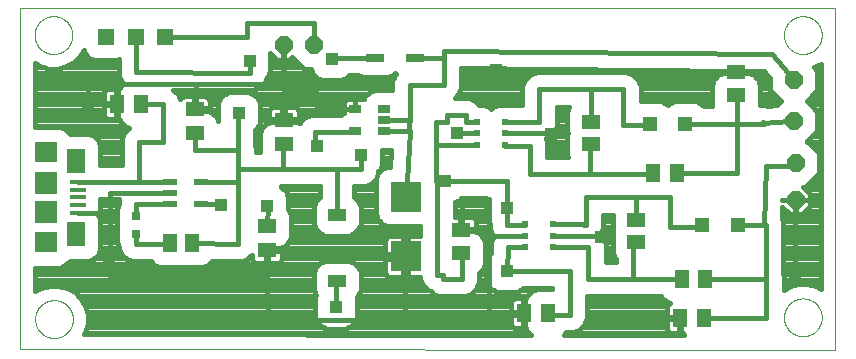
<source format=gtl>
G75*
%MOIN*%
%OFA0B0*%
%FSLAX25Y25*%
%IPPOS*%
%LPD*%
%AMOC8*
5,1,8,0,0,1.08239X$1,22.5*
%
%ADD10C,0.00000*%
%ADD11OC8,0.05937*%
%ADD12R,0.05906X0.03937*%
%ADD13R,0.05118X0.06299*%
%ADD14R,0.06299X0.05118*%
%ADD15R,0.09843X0.10039*%
%ADD16R,0.06299X0.03150*%
%ADD17R,0.04724X0.02165*%
%ADD18R,0.03150X0.03150*%
%ADD19R,0.02362X0.01969*%
%ADD20R,0.06299X0.08268*%
%ADD21R,0.07480X0.07480*%
%ADD22R,0.07480X0.07087*%
%ADD23R,0.05315X0.01575*%
%ADD24R,0.05906X0.05118*%
%ADD25R,0.05118X0.05906*%
%ADD26R,0.05118X0.05118*%
%ADD27R,0.03937X0.02756*%
%ADD28R,0.05543X0.05543*%
%ADD29C,0.01772*%
%ADD30R,0.04356X0.04356*%
%ADD31R,0.04159X0.04159*%
%ADD32C,0.01600*%
D10*
X0001000Y0012515D02*
X0001000Y0126098D01*
X0272654Y0126098D01*
X0272654Y0011925D01*
X0001000Y0012515D01*
X0005921Y0022358D02*
X0005923Y0022516D01*
X0005929Y0022674D01*
X0005939Y0022832D01*
X0005953Y0022990D01*
X0005971Y0023147D01*
X0005992Y0023304D01*
X0006018Y0023460D01*
X0006048Y0023616D01*
X0006081Y0023771D01*
X0006119Y0023924D01*
X0006160Y0024077D01*
X0006205Y0024229D01*
X0006254Y0024380D01*
X0006307Y0024529D01*
X0006363Y0024677D01*
X0006423Y0024823D01*
X0006487Y0024968D01*
X0006555Y0025111D01*
X0006626Y0025253D01*
X0006700Y0025393D01*
X0006778Y0025530D01*
X0006860Y0025666D01*
X0006944Y0025800D01*
X0007033Y0025931D01*
X0007124Y0026060D01*
X0007219Y0026187D01*
X0007316Y0026312D01*
X0007417Y0026434D01*
X0007521Y0026553D01*
X0007628Y0026670D01*
X0007738Y0026784D01*
X0007851Y0026895D01*
X0007966Y0027004D01*
X0008084Y0027109D01*
X0008205Y0027211D01*
X0008328Y0027311D01*
X0008454Y0027407D01*
X0008582Y0027500D01*
X0008712Y0027590D01*
X0008845Y0027676D01*
X0008980Y0027760D01*
X0009116Y0027839D01*
X0009255Y0027916D01*
X0009396Y0027988D01*
X0009538Y0028058D01*
X0009682Y0028123D01*
X0009828Y0028185D01*
X0009975Y0028243D01*
X0010124Y0028298D01*
X0010274Y0028349D01*
X0010425Y0028396D01*
X0010577Y0028439D01*
X0010730Y0028478D01*
X0010885Y0028514D01*
X0011040Y0028545D01*
X0011196Y0028573D01*
X0011352Y0028597D01*
X0011509Y0028617D01*
X0011667Y0028633D01*
X0011824Y0028645D01*
X0011983Y0028653D01*
X0012141Y0028657D01*
X0012299Y0028657D01*
X0012457Y0028653D01*
X0012616Y0028645D01*
X0012773Y0028633D01*
X0012931Y0028617D01*
X0013088Y0028597D01*
X0013244Y0028573D01*
X0013400Y0028545D01*
X0013555Y0028514D01*
X0013710Y0028478D01*
X0013863Y0028439D01*
X0014015Y0028396D01*
X0014166Y0028349D01*
X0014316Y0028298D01*
X0014465Y0028243D01*
X0014612Y0028185D01*
X0014758Y0028123D01*
X0014902Y0028058D01*
X0015044Y0027988D01*
X0015185Y0027916D01*
X0015324Y0027839D01*
X0015460Y0027760D01*
X0015595Y0027676D01*
X0015728Y0027590D01*
X0015858Y0027500D01*
X0015986Y0027407D01*
X0016112Y0027311D01*
X0016235Y0027211D01*
X0016356Y0027109D01*
X0016474Y0027004D01*
X0016589Y0026895D01*
X0016702Y0026784D01*
X0016812Y0026670D01*
X0016919Y0026553D01*
X0017023Y0026434D01*
X0017124Y0026312D01*
X0017221Y0026187D01*
X0017316Y0026060D01*
X0017407Y0025931D01*
X0017496Y0025800D01*
X0017580Y0025666D01*
X0017662Y0025530D01*
X0017740Y0025393D01*
X0017814Y0025253D01*
X0017885Y0025111D01*
X0017953Y0024968D01*
X0018017Y0024823D01*
X0018077Y0024677D01*
X0018133Y0024529D01*
X0018186Y0024380D01*
X0018235Y0024229D01*
X0018280Y0024077D01*
X0018321Y0023924D01*
X0018359Y0023771D01*
X0018392Y0023616D01*
X0018422Y0023460D01*
X0018448Y0023304D01*
X0018469Y0023147D01*
X0018487Y0022990D01*
X0018501Y0022832D01*
X0018511Y0022674D01*
X0018517Y0022516D01*
X0018519Y0022358D01*
X0018517Y0022200D01*
X0018511Y0022042D01*
X0018501Y0021884D01*
X0018487Y0021726D01*
X0018469Y0021569D01*
X0018448Y0021412D01*
X0018422Y0021256D01*
X0018392Y0021100D01*
X0018359Y0020945D01*
X0018321Y0020792D01*
X0018280Y0020639D01*
X0018235Y0020487D01*
X0018186Y0020336D01*
X0018133Y0020187D01*
X0018077Y0020039D01*
X0018017Y0019893D01*
X0017953Y0019748D01*
X0017885Y0019605D01*
X0017814Y0019463D01*
X0017740Y0019323D01*
X0017662Y0019186D01*
X0017580Y0019050D01*
X0017496Y0018916D01*
X0017407Y0018785D01*
X0017316Y0018656D01*
X0017221Y0018529D01*
X0017124Y0018404D01*
X0017023Y0018282D01*
X0016919Y0018163D01*
X0016812Y0018046D01*
X0016702Y0017932D01*
X0016589Y0017821D01*
X0016474Y0017712D01*
X0016356Y0017607D01*
X0016235Y0017505D01*
X0016112Y0017405D01*
X0015986Y0017309D01*
X0015858Y0017216D01*
X0015728Y0017126D01*
X0015595Y0017040D01*
X0015460Y0016956D01*
X0015324Y0016877D01*
X0015185Y0016800D01*
X0015044Y0016728D01*
X0014902Y0016658D01*
X0014758Y0016593D01*
X0014612Y0016531D01*
X0014465Y0016473D01*
X0014316Y0016418D01*
X0014166Y0016367D01*
X0014015Y0016320D01*
X0013863Y0016277D01*
X0013710Y0016238D01*
X0013555Y0016202D01*
X0013400Y0016171D01*
X0013244Y0016143D01*
X0013088Y0016119D01*
X0012931Y0016099D01*
X0012773Y0016083D01*
X0012616Y0016071D01*
X0012457Y0016063D01*
X0012299Y0016059D01*
X0012141Y0016059D01*
X0011983Y0016063D01*
X0011824Y0016071D01*
X0011667Y0016083D01*
X0011509Y0016099D01*
X0011352Y0016119D01*
X0011196Y0016143D01*
X0011040Y0016171D01*
X0010885Y0016202D01*
X0010730Y0016238D01*
X0010577Y0016277D01*
X0010425Y0016320D01*
X0010274Y0016367D01*
X0010124Y0016418D01*
X0009975Y0016473D01*
X0009828Y0016531D01*
X0009682Y0016593D01*
X0009538Y0016658D01*
X0009396Y0016728D01*
X0009255Y0016800D01*
X0009116Y0016877D01*
X0008980Y0016956D01*
X0008845Y0017040D01*
X0008712Y0017126D01*
X0008582Y0017216D01*
X0008454Y0017309D01*
X0008328Y0017405D01*
X0008205Y0017505D01*
X0008084Y0017607D01*
X0007966Y0017712D01*
X0007851Y0017821D01*
X0007738Y0017932D01*
X0007628Y0018046D01*
X0007521Y0018163D01*
X0007417Y0018282D01*
X0007316Y0018404D01*
X0007219Y0018529D01*
X0007124Y0018656D01*
X0007033Y0018785D01*
X0006944Y0018916D01*
X0006860Y0019050D01*
X0006778Y0019186D01*
X0006700Y0019323D01*
X0006626Y0019463D01*
X0006555Y0019605D01*
X0006487Y0019748D01*
X0006423Y0019893D01*
X0006363Y0020039D01*
X0006307Y0020187D01*
X0006254Y0020336D01*
X0006205Y0020487D01*
X0006160Y0020639D01*
X0006119Y0020792D01*
X0006081Y0020945D01*
X0006048Y0021100D01*
X0006018Y0021256D01*
X0005992Y0021412D01*
X0005971Y0021569D01*
X0005953Y0021726D01*
X0005939Y0021884D01*
X0005929Y0022042D01*
X0005923Y0022200D01*
X0005921Y0022358D01*
X0005725Y0117043D02*
X0005727Y0117201D01*
X0005733Y0117359D01*
X0005743Y0117517D01*
X0005757Y0117675D01*
X0005775Y0117832D01*
X0005796Y0117989D01*
X0005822Y0118145D01*
X0005852Y0118301D01*
X0005885Y0118456D01*
X0005923Y0118609D01*
X0005964Y0118762D01*
X0006009Y0118914D01*
X0006058Y0119065D01*
X0006111Y0119214D01*
X0006167Y0119362D01*
X0006227Y0119508D01*
X0006291Y0119653D01*
X0006359Y0119796D01*
X0006430Y0119938D01*
X0006504Y0120078D01*
X0006582Y0120215D01*
X0006664Y0120351D01*
X0006748Y0120485D01*
X0006837Y0120616D01*
X0006928Y0120745D01*
X0007023Y0120872D01*
X0007120Y0120997D01*
X0007221Y0121119D01*
X0007325Y0121238D01*
X0007432Y0121355D01*
X0007542Y0121469D01*
X0007655Y0121580D01*
X0007770Y0121689D01*
X0007888Y0121794D01*
X0008009Y0121896D01*
X0008132Y0121996D01*
X0008258Y0122092D01*
X0008386Y0122185D01*
X0008516Y0122275D01*
X0008649Y0122361D01*
X0008784Y0122445D01*
X0008920Y0122524D01*
X0009059Y0122601D01*
X0009200Y0122673D01*
X0009342Y0122743D01*
X0009486Y0122808D01*
X0009632Y0122870D01*
X0009779Y0122928D01*
X0009928Y0122983D01*
X0010078Y0123034D01*
X0010229Y0123081D01*
X0010381Y0123124D01*
X0010534Y0123163D01*
X0010689Y0123199D01*
X0010844Y0123230D01*
X0011000Y0123258D01*
X0011156Y0123282D01*
X0011313Y0123302D01*
X0011471Y0123318D01*
X0011628Y0123330D01*
X0011787Y0123338D01*
X0011945Y0123342D01*
X0012103Y0123342D01*
X0012261Y0123338D01*
X0012420Y0123330D01*
X0012577Y0123318D01*
X0012735Y0123302D01*
X0012892Y0123282D01*
X0013048Y0123258D01*
X0013204Y0123230D01*
X0013359Y0123199D01*
X0013514Y0123163D01*
X0013667Y0123124D01*
X0013819Y0123081D01*
X0013970Y0123034D01*
X0014120Y0122983D01*
X0014269Y0122928D01*
X0014416Y0122870D01*
X0014562Y0122808D01*
X0014706Y0122743D01*
X0014848Y0122673D01*
X0014989Y0122601D01*
X0015128Y0122524D01*
X0015264Y0122445D01*
X0015399Y0122361D01*
X0015532Y0122275D01*
X0015662Y0122185D01*
X0015790Y0122092D01*
X0015916Y0121996D01*
X0016039Y0121896D01*
X0016160Y0121794D01*
X0016278Y0121689D01*
X0016393Y0121580D01*
X0016506Y0121469D01*
X0016616Y0121355D01*
X0016723Y0121238D01*
X0016827Y0121119D01*
X0016928Y0120997D01*
X0017025Y0120872D01*
X0017120Y0120745D01*
X0017211Y0120616D01*
X0017300Y0120485D01*
X0017384Y0120351D01*
X0017466Y0120215D01*
X0017544Y0120078D01*
X0017618Y0119938D01*
X0017689Y0119796D01*
X0017757Y0119653D01*
X0017821Y0119508D01*
X0017881Y0119362D01*
X0017937Y0119214D01*
X0017990Y0119065D01*
X0018039Y0118914D01*
X0018084Y0118762D01*
X0018125Y0118609D01*
X0018163Y0118456D01*
X0018196Y0118301D01*
X0018226Y0118145D01*
X0018252Y0117989D01*
X0018273Y0117832D01*
X0018291Y0117675D01*
X0018305Y0117517D01*
X0018315Y0117359D01*
X0018321Y0117201D01*
X0018323Y0117043D01*
X0018321Y0116885D01*
X0018315Y0116727D01*
X0018305Y0116569D01*
X0018291Y0116411D01*
X0018273Y0116254D01*
X0018252Y0116097D01*
X0018226Y0115941D01*
X0018196Y0115785D01*
X0018163Y0115630D01*
X0018125Y0115477D01*
X0018084Y0115324D01*
X0018039Y0115172D01*
X0017990Y0115021D01*
X0017937Y0114872D01*
X0017881Y0114724D01*
X0017821Y0114578D01*
X0017757Y0114433D01*
X0017689Y0114290D01*
X0017618Y0114148D01*
X0017544Y0114008D01*
X0017466Y0113871D01*
X0017384Y0113735D01*
X0017300Y0113601D01*
X0017211Y0113470D01*
X0017120Y0113341D01*
X0017025Y0113214D01*
X0016928Y0113089D01*
X0016827Y0112967D01*
X0016723Y0112848D01*
X0016616Y0112731D01*
X0016506Y0112617D01*
X0016393Y0112506D01*
X0016278Y0112397D01*
X0016160Y0112292D01*
X0016039Y0112190D01*
X0015916Y0112090D01*
X0015790Y0111994D01*
X0015662Y0111901D01*
X0015532Y0111811D01*
X0015399Y0111725D01*
X0015264Y0111641D01*
X0015128Y0111562D01*
X0014989Y0111485D01*
X0014848Y0111413D01*
X0014706Y0111343D01*
X0014562Y0111278D01*
X0014416Y0111216D01*
X0014269Y0111158D01*
X0014120Y0111103D01*
X0013970Y0111052D01*
X0013819Y0111005D01*
X0013667Y0110962D01*
X0013514Y0110923D01*
X0013359Y0110887D01*
X0013204Y0110856D01*
X0013048Y0110828D01*
X0012892Y0110804D01*
X0012735Y0110784D01*
X0012577Y0110768D01*
X0012420Y0110756D01*
X0012261Y0110748D01*
X0012103Y0110744D01*
X0011945Y0110744D01*
X0011787Y0110748D01*
X0011628Y0110756D01*
X0011471Y0110768D01*
X0011313Y0110784D01*
X0011156Y0110804D01*
X0011000Y0110828D01*
X0010844Y0110856D01*
X0010689Y0110887D01*
X0010534Y0110923D01*
X0010381Y0110962D01*
X0010229Y0111005D01*
X0010078Y0111052D01*
X0009928Y0111103D01*
X0009779Y0111158D01*
X0009632Y0111216D01*
X0009486Y0111278D01*
X0009342Y0111343D01*
X0009200Y0111413D01*
X0009059Y0111485D01*
X0008920Y0111562D01*
X0008784Y0111641D01*
X0008649Y0111725D01*
X0008516Y0111811D01*
X0008386Y0111901D01*
X0008258Y0111994D01*
X0008132Y0112090D01*
X0008009Y0112190D01*
X0007888Y0112292D01*
X0007770Y0112397D01*
X0007655Y0112506D01*
X0007542Y0112617D01*
X0007432Y0112731D01*
X0007325Y0112848D01*
X0007221Y0112967D01*
X0007120Y0113089D01*
X0007023Y0113214D01*
X0006928Y0113341D01*
X0006837Y0113470D01*
X0006748Y0113601D01*
X0006664Y0113735D01*
X0006582Y0113871D01*
X0006504Y0114008D01*
X0006430Y0114148D01*
X0006359Y0114290D01*
X0006291Y0114433D01*
X0006227Y0114578D01*
X0006167Y0114724D01*
X0006111Y0114872D01*
X0006058Y0115021D01*
X0006009Y0115172D01*
X0005964Y0115324D01*
X0005923Y0115477D01*
X0005885Y0115630D01*
X0005852Y0115785D01*
X0005822Y0115941D01*
X0005796Y0116097D01*
X0005775Y0116254D01*
X0005757Y0116411D01*
X0005743Y0116569D01*
X0005733Y0116727D01*
X0005727Y0116885D01*
X0005725Y0117043D01*
X0255528Y0117043D02*
X0255530Y0117201D01*
X0255536Y0117359D01*
X0255546Y0117517D01*
X0255560Y0117675D01*
X0255578Y0117832D01*
X0255599Y0117989D01*
X0255625Y0118145D01*
X0255655Y0118301D01*
X0255688Y0118456D01*
X0255726Y0118609D01*
X0255767Y0118762D01*
X0255812Y0118914D01*
X0255861Y0119065D01*
X0255914Y0119214D01*
X0255970Y0119362D01*
X0256030Y0119508D01*
X0256094Y0119653D01*
X0256162Y0119796D01*
X0256233Y0119938D01*
X0256307Y0120078D01*
X0256385Y0120215D01*
X0256467Y0120351D01*
X0256551Y0120485D01*
X0256640Y0120616D01*
X0256731Y0120745D01*
X0256826Y0120872D01*
X0256923Y0120997D01*
X0257024Y0121119D01*
X0257128Y0121238D01*
X0257235Y0121355D01*
X0257345Y0121469D01*
X0257458Y0121580D01*
X0257573Y0121689D01*
X0257691Y0121794D01*
X0257812Y0121896D01*
X0257935Y0121996D01*
X0258061Y0122092D01*
X0258189Y0122185D01*
X0258319Y0122275D01*
X0258452Y0122361D01*
X0258587Y0122445D01*
X0258723Y0122524D01*
X0258862Y0122601D01*
X0259003Y0122673D01*
X0259145Y0122743D01*
X0259289Y0122808D01*
X0259435Y0122870D01*
X0259582Y0122928D01*
X0259731Y0122983D01*
X0259881Y0123034D01*
X0260032Y0123081D01*
X0260184Y0123124D01*
X0260337Y0123163D01*
X0260492Y0123199D01*
X0260647Y0123230D01*
X0260803Y0123258D01*
X0260959Y0123282D01*
X0261116Y0123302D01*
X0261274Y0123318D01*
X0261431Y0123330D01*
X0261590Y0123338D01*
X0261748Y0123342D01*
X0261906Y0123342D01*
X0262064Y0123338D01*
X0262223Y0123330D01*
X0262380Y0123318D01*
X0262538Y0123302D01*
X0262695Y0123282D01*
X0262851Y0123258D01*
X0263007Y0123230D01*
X0263162Y0123199D01*
X0263317Y0123163D01*
X0263470Y0123124D01*
X0263622Y0123081D01*
X0263773Y0123034D01*
X0263923Y0122983D01*
X0264072Y0122928D01*
X0264219Y0122870D01*
X0264365Y0122808D01*
X0264509Y0122743D01*
X0264651Y0122673D01*
X0264792Y0122601D01*
X0264931Y0122524D01*
X0265067Y0122445D01*
X0265202Y0122361D01*
X0265335Y0122275D01*
X0265465Y0122185D01*
X0265593Y0122092D01*
X0265719Y0121996D01*
X0265842Y0121896D01*
X0265963Y0121794D01*
X0266081Y0121689D01*
X0266196Y0121580D01*
X0266309Y0121469D01*
X0266419Y0121355D01*
X0266526Y0121238D01*
X0266630Y0121119D01*
X0266731Y0120997D01*
X0266828Y0120872D01*
X0266923Y0120745D01*
X0267014Y0120616D01*
X0267103Y0120485D01*
X0267187Y0120351D01*
X0267269Y0120215D01*
X0267347Y0120078D01*
X0267421Y0119938D01*
X0267492Y0119796D01*
X0267560Y0119653D01*
X0267624Y0119508D01*
X0267684Y0119362D01*
X0267740Y0119214D01*
X0267793Y0119065D01*
X0267842Y0118914D01*
X0267887Y0118762D01*
X0267928Y0118609D01*
X0267966Y0118456D01*
X0267999Y0118301D01*
X0268029Y0118145D01*
X0268055Y0117989D01*
X0268076Y0117832D01*
X0268094Y0117675D01*
X0268108Y0117517D01*
X0268118Y0117359D01*
X0268124Y0117201D01*
X0268126Y0117043D01*
X0268124Y0116885D01*
X0268118Y0116727D01*
X0268108Y0116569D01*
X0268094Y0116411D01*
X0268076Y0116254D01*
X0268055Y0116097D01*
X0268029Y0115941D01*
X0267999Y0115785D01*
X0267966Y0115630D01*
X0267928Y0115477D01*
X0267887Y0115324D01*
X0267842Y0115172D01*
X0267793Y0115021D01*
X0267740Y0114872D01*
X0267684Y0114724D01*
X0267624Y0114578D01*
X0267560Y0114433D01*
X0267492Y0114290D01*
X0267421Y0114148D01*
X0267347Y0114008D01*
X0267269Y0113871D01*
X0267187Y0113735D01*
X0267103Y0113601D01*
X0267014Y0113470D01*
X0266923Y0113341D01*
X0266828Y0113214D01*
X0266731Y0113089D01*
X0266630Y0112967D01*
X0266526Y0112848D01*
X0266419Y0112731D01*
X0266309Y0112617D01*
X0266196Y0112506D01*
X0266081Y0112397D01*
X0265963Y0112292D01*
X0265842Y0112190D01*
X0265719Y0112090D01*
X0265593Y0111994D01*
X0265465Y0111901D01*
X0265335Y0111811D01*
X0265202Y0111725D01*
X0265067Y0111641D01*
X0264931Y0111562D01*
X0264792Y0111485D01*
X0264651Y0111413D01*
X0264509Y0111343D01*
X0264365Y0111278D01*
X0264219Y0111216D01*
X0264072Y0111158D01*
X0263923Y0111103D01*
X0263773Y0111052D01*
X0263622Y0111005D01*
X0263470Y0110962D01*
X0263317Y0110923D01*
X0263162Y0110887D01*
X0263007Y0110856D01*
X0262851Y0110828D01*
X0262695Y0110804D01*
X0262538Y0110784D01*
X0262380Y0110768D01*
X0262223Y0110756D01*
X0262064Y0110748D01*
X0261906Y0110744D01*
X0261748Y0110744D01*
X0261590Y0110748D01*
X0261431Y0110756D01*
X0261274Y0110768D01*
X0261116Y0110784D01*
X0260959Y0110804D01*
X0260803Y0110828D01*
X0260647Y0110856D01*
X0260492Y0110887D01*
X0260337Y0110923D01*
X0260184Y0110962D01*
X0260032Y0111005D01*
X0259881Y0111052D01*
X0259731Y0111103D01*
X0259582Y0111158D01*
X0259435Y0111216D01*
X0259289Y0111278D01*
X0259145Y0111343D01*
X0259003Y0111413D01*
X0258862Y0111485D01*
X0258723Y0111562D01*
X0258587Y0111641D01*
X0258452Y0111725D01*
X0258319Y0111811D01*
X0258189Y0111901D01*
X0258061Y0111994D01*
X0257935Y0112090D01*
X0257812Y0112190D01*
X0257691Y0112292D01*
X0257573Y0112397D01*
X0257458Y0112506D01*
X0257345Y0112617D01*
X0257235Y0112731D01*
X0257128Y0112848D01*
X0257024Y0112967D01*
X0256923Y0113089D01*
X0256826Y0113214D01*
X0256731Y0113341D01*
X0256640Y0113470D01*
X0256551Y0113601D01*
X0256467Y0113735D01*
X0256385Y0113871D01*
X0256307Y0114008D01*
X0256233Y0114148D01*
X0256162Y0114290D01*
X0256094Y0114433D01*
X0256030Y0114578D01*
X0255970Y0114724D01*
X0255914Y0114872D01*
X0255861Y0115021D01*
X0255812Y0115172D01*
X0255767Y0115324D01*
X0255726Y0115477D01*
X0255688Y0115630D01*
X0255655Y0115785D01*
X0255625Y0115941D01*
X0255599Y0116097D01*
X0255578Y0116254D01*
X0255560Y0116411D01*
X0255546Y0116569D01*
X0255536Y0116727D01*
X0255530Y0116885D01*
X0255528Y0117043D01*
X0255528Y0022949D02*
X0255530Y0023107D01*
X0255536Y0023265D01*
X0255546Y0023423D01*
X0255560Y0023581D01*
X0255578Y0023738D01*
X0255599Y0023895D01*
X0255625Y0024051D01*
X0255655Y0024207D01*
X0255688Y0024362D01*
X0255726Y0024515D01*
X0255767Y0024668D01*
X0255812Y0024820D01*
X0255861Y0024971D01*
X0255914Y0025120D01*
X0255970Y0025268D01*
X0256030Y0025414D01*
X0256094Y0025559D01*
X0256162Y0025702D01*
X0256233Y0025844D01*
X0256307Y0025984D01*
X0256385Y0026121D01*
X0256467Y0026257D01*
X0256551Y0026391D01*
X0256640Y0026522D01*
X0256731Y0026651D01*
X0256826Y0026778D01*
X0256923Y0026903D01*
X0257024Y0027025D01*
X0257128Y0027144D01*
X0257235Y0027261D01*
X0257345Y0027375D01*
X0257458Y0027486D01*
X0257573Y0027595D01*
X0257691Y0027700D01*
X0257812Y0027802D01*
X0257935Y0027902D01*
X0258061Y0027998D01*
X0258189Y0028091D01*
X0258319Y0028181D01*
X0258452Y0028267D01*
X0258587Y0028351D01*
X0258723Y0028430D01*
X0258862Y0028507D01*
X0259003Y0028579D01*
X0259145Y0028649D01*
X0259289Y0028714D01*
X0259435Y0028776D01*
X0259582Y0028834D01*
X0259731Y0028889D01*
X0259881Y0028940D01*
X0260032Y0028987D01*
X0260184Y0029030D01*
X0260337Y0029069D01*
X0260492Y0029105D01*
X0260647Y0029136D01*
X0260803Y0029164D01*
X0260959Y0029188D01*
X0261116Y0029208D01*
X0261274Y0029224D01*
X0261431Y0029236D01*
X0261590Y0029244D01*
X0261748Y0029248D01*
X0261906Y0029248D01*
X0262064Y0029244D01*
X0262223Y0029236D01*
X0262380Y0029224D01*
X0262538Y0029208D01*
X0262695Y0029188D01*
X0262851Y0029164D01*
X0263007Y0029136D01*
X0263162Y0029105D01*
X0263317Y0029069D01*
X0263470Y0029030D01*
X0263622Y0028987D01*
X0263773Y0028940D01*
X0263923Y0028889D01*
X0264072Y0028834D01*
X0264219Y0028776D01*
X0264365Y0028714D01*
X0264509Y0028649D01*
X0264651Y0028579D01*
X0264792Y0028507D01*
X0264931Y0028430D01*
X0265067Y0028351D01*
X0265202Y0028267D01*
X0265335Y0028181D01*
X0265465Y0028091D01*
X0265593Y0027998D01*
X0265719Y0027902D01*
X0265842Y0027802D01*
X0265963Y0027700D01*
X0266081Y0027595D01*
X0266196Y0027486D01*
X0266309Y0027375D01*
X0266419Y0027261D01*
X0266526Y0027144D01*
X0266630Y0027025D01*
X0266731Y0026903D01*
X0266828Y0026778D01*
X0266923Y0026651D01*
X0267014Y0026522D01*
X0267103Y0026391D01*
X0267187Y0026257D01*
X0267269Y0026121D01*
X0267347Y0025984D01*
X0267421Y0025844D01*
X0267492Y0025702D01*
X0267560Y0025559D01*
X0267624Y0025414D01*
X0267684Y0025268D01*
X0267740Y0025120D01*
X0267793Y0024971D01*
X0267842Y0024820D01*
X0267887Y0024668D01*
X0267928Y0024515D01*
X0267966Y0024362D01*
X0267999Y0024207D01*
X0268029Y0024051D01*
X0268055Y0023895D01*
X0268076Y0023738D01*
X0268094Y0023581D01*
X0268108Y0023423D01*
X0268118Y0023265D01*
X0268124Y0023107D01*
X0268126Y0022949D01*
X0268124Y0022791D01*
X0268118Y0022633D01*
X0268108Y0022475D01*
X0268094Y0022317D01*
X0268076Y0022160D01*
X0268055Y0022003D01*
X0268029Y0021847D01*
X0267999Y0021691D01*
X0267966Y0021536D01*
X0267928Y0021383D01*
X0267887Y0021230D01*
X0267842Y0021078D01*
X0267793Y0020927D01*
X0267740Y0020778D01*
X0267684Y0020630D01*
X0267624Y0020484D01*
X0267560Y0020339D01*
X0267492Y0020196D01*
X0267421Y0020054D01*
X0267347Y0019914D01*
X0267269Y0019777D01*
X0267187Y0019641D01*
X0267103Y0019507D01*
X0267014Y0019376D01*
X0266923Y0019247D01*
X0266828Y0019120D01*
X0266731Y0018995D01*
X0266630Y0018873D01*
X0266526Y0018754D01*
X0266419Y0018637D01*
X0266309Y0018523D01*
X0266196Y0018412D01*
X0266081Y0018303D01*
X0265963Y0018198D01*
X0265842Y0018096D01*
X0265719Y0017996D01*
X0265593Y0017900D01*
X0265465Y0017807D01*
X0265335Y0017717D01*
X0265202Y0017631D01*
X0265067Y0017547D01*
X0264931Y0017468D01*
X0264792Y0017391D01*
X0264651Y0017319D01*
X0264509Y0017249D01*
X0264365Y0017184D01*
X0264219Y0017122D01*
X0264072Y0017064D01*
X0263923Y0017009D01*
X0263773Y0016958D01*
X0263622Y0016911D01*
X0263470Y0016868D01*
X0263317Y0016829D01*
X0263162Y0016793D01*
X0263007Y0016762D01*
X0262851Y0016734D01*
X0262695Y0016710D01*
X0262538Y0016690D01*
X0262380Y0016674D01*
X0262223Y0016662D01*
X0262064Y0016654D01*
X0261906Y0016650D01*
X0261748Y0016650D01*
X0261590Y0016654D01*
X0261431Y0016662D01*
X0261274Y0016674D01*
X0261116Y0016690D01*
X0260959Y0016710D01*
X0260803Y0016734D01*
X0260647Y0016762D01*
X0260492Y0016793D01*
X0260337Y0016829D01*
X0260184Y0016868D01*
X0260032Y0016911D01*
X0259881Y0016958D01*
X0259731Y0017009D01*
X0259582Y0017064D01*
X0259435Y0017122D01*
X0259289Y0017184D01*
X0259145Y0017249D01*
X0259003Y0017319D01*
X0258862Y0017391D01*
X0258723Y0017468D01*
X0258587Y0017547D01*
X0258452Y0017631D01*
X0258319Y0017717D01*
X0258189Y0017807D01*
X0258061Y0017900D01*
X0257935Y0017996D01*
X0257812Y0018096D01*
X0257691Y0018198D01*
X0257573Y0018303D01*
X0257458Y0018412D01*
X0257345Y0018523D01*
X0257235Y0018637D01*
X0257128Y0018754D01*
X0257024Y0018873D01*
X0256923Y0018995D01*
X0256826Y0019120D01*
X0256731Y0019247D01*
X0256640Y0019376D01*
X0256551Y0019507D01*
X0256467Y0019641D01*
X0256385Y0019777D01*
X0256307Y0019914D01*
X0256233Y0020054D01*
X0256162Y0020196D01*
X0256094Y0020339D01*
X0256030Y0020484D01*
X0255970Y0020630D01*
X0255914Y0020778D01*
X0255861Y0020927D01*
X0255812Y0021078D01*
X0255767Y0021230D01*
X0255726Y0021383D01*
X0255688Y0021536D01*
X0255655Y0021691D01*
X0255625Y0021847D01*
X0255599Y0022003D01*
X0255578Y0022160D01*
X0255560Y0022317D01*
X0255546Y0022475D01*
X0255536Y0022633D01*
X0255530Y0022791D01*
X0255528Y0022949D01*
D11*
X0259465Y0062122D03*
X0259386Y0074366D03*
X0258717Y0088342D03*
X0258835Y0101925D03*
X0098717Y0113697D03*
X0088717Y0113697D03*
D12*
X0106591Y0057043D03*
X0106591Y0034996D03*
D13*
X0168835Y0024287D03*
X0176709Y0024287D03*
X0220921Y0022712D03*
X0228795Y0022712D03*
X0229268Y0035586D03*
X0221394Y0035586D03*
X0219740Y0070941D03*
X0211866Y0070941D03*
X0041079Y0094051D03*
X0033205Y0094051D03*
D14*
X0059110Y0092240D03*
X0059110Y0084366D03*
X0088756Y0080744D03*
X0088756Y0088618D03*
X0083244Y0053421D03*
X0083244Y0045547D03*
X0147811Y0044248D03*
X0147811Y0052122D03*
X0239543Y0096964D03*
X0239543Y0104838D03*
D15*
X0129386Y0063165D03*
X0129386Y0043283D03*
D16*
X0132654Y0109405D03*
X0119268Y0109405D03*
D17*
X0061079Y0068106D03*
X0050843Y0068106D03*
X0050843Y0064366D03*
X0050843Y0060626D03*
X0061079Y0060626D03*
D18*
X0039504Y0056571D03*
X0039504Y0050665D03*
D19*
X0153126Y0080508D03*
X0153126Y0084248D03*
X0153126Y0087988D03*
X0162378Y0087988D03*
X0162378Y0084248D03*
X0162378Y0080508D03*
X0169150Y0053933D03*
X0169150Y0050193D03*
X0169150Y0046452D03*
X0178402Y0046452D03*
X0178402Y0050193D03*
X0178402Y0053933D03*
D20*
X0019543Y0050744D03*
X0019543Y0075153D03*
D21*
X0009504Y0067673D03*
X0009504Y0058224D03*
D22*
X0009504Y0047988D03*
X0009504Y0077909D03*
D23*
X0020055Y0068067D03*
X0020055Y0065508D03*
X0020055Y0062949D03*
X0020055Y0060389D03*
X0020055Y0057830D03*
D24*
X0191197Y0080704D03*
X0191197Y0088185D03*
X0206276Y0055429D03*
X0206276Y0047949D03*
D25*
X0058362Y0047594D03*
X0050882Y0047594D03*
D26*
X0210843Y0087515D03*
X0222654Y0087515D03*
X0228283Y0053657D03*
X0240094Y0053657D03*
D27*
X0122142Y0085074D03*
X0122142Y0088815D03*
X0122142Y0092555D03*
X0112693Y0092555D03*
X0112693Y0085074D03*
D28*
X0049228Y0116452D03*
X0039386Y0116452D03*
X0029543Y0116452D03*
D29*
X0022116Y0112153D02*
X0022630Y0110913D01*
X0024004Y0109539D01*
X0025800Y0108795D01*
X0033287Y0108795D01*
X0033823Y0109017D01*
X0033897Y0104609D01*
X0033891Y0103540D01*
X0033915Y0103480D01*
X0033916Y0103416D01*
X0034342Y0102435D01*
X0034746Y0101446D01*
X0034791Y0101400D01*
X0034817Y0101341D01*
X0035291Y0100882D01*
X0034378Y0099968D01*
X0034012Y0099086D01*
X0033598Y0099086D01*
X0033598Y0094445D01*
X0032811Y0094445D01*
X0032811Y0099086D01*
X0030397Y0099086D01*
X0029918Y0098958D01*
X0029488Y0098710D01*
X0029137Y0098358D01*
X0028888Y0097928D01*
X0028760Y0097449D01*
X0028760Y0094445D01*
X0032811Y0094445D01*
X0032811Y0093657D01*
X0033598Y0093657D01*
X0033598Y0089015D01*
X0034012Y0089015D01*
X0034378Y0088134D01*
X0035752Y0086759D01*
X0037165Y0086174D01*
X0035674Y0084682D01*
X0034795Y0082561D01*
X0034795Y0073838D01*
X0027579Y0073838D01*
X0027579Y0080259D01*
X0026835Y0082055D01*
X0025461Y0083429D01*
X0023665Y0084173D01*
X0017406Y0084173D01*
X0017386Y0084220D01*
X0016012Y0085594D01*
X0014216Y0086338D01*
X0005886Y0086338D01*
X0005886Y0107671D01*
X0007706Y0106620D01*
X0010551Y0105858D01*
X0013496Y0105858D01*
X0016341Y0106620D01*
X0018891Y0108093D01*
X0020974Y0110175D01*
X0022116Y0112153D01*
X0022332Y0111632D02*
X0021815Y0111632D01*
X0020660Y0109861D02*
X0023681Y0109861D01*
X0018889Y0108091D02*
X0033839Y0108091D01*
X0033868Y0106321D02*
X0015225Y0106321D01*
X0008823Y0106321D02*
X0005886Y0106321D01*
X0005886Y0104551D02*
X0033896Y0104551D01*
X0034192Y0102781D02*
X0005886Y0102781D01*
X0005886Y0101011D02*
X0035158Y0101011D01*
X0034076Y0099240D02*
X0005886Y0099240D01*
X0005886Y0097470D02*
X0028766Y0097470D01*
X0028760Y0095700D02*
X0005886Y0095700D01*
X0005886Y0093930D02*
X0032811Y0093930D01*
X0032811Y0093657D02*
X0028760Y0093657D01*
X0028760Y0090653D01*
X0028888Y0090173D01*
X0029137Y0089743D01*
X0029488Y0089392D01*
X0029918Y0089144D01*
X0030397Y0089015D01*
X0032811Y0089015D01*
X0032811Y0093657D01*
X0033205Y0094051D02*
X0023441Y0094051D01*
X0023441Y0094208D01*
X0023638Y0100704D01*
X0059661Y0100704D01*
X0088992Y0100901D01*
X0088598Y0109169D01*
X0088717Y0113697D01*
X0088756Y0109169D01*
X0088756Y0098736D01*
X0099425Y0098933D01*
X0100016Y0092555D01*
X0112693Y0092555D01*
X0112693Y0092555D01*
X0112693Y0095819D01*
X0114910Y0095819D01*
X0115389Y0095690D01*
X0115570Y0095586D01*
X0116031Y0096700D01*
X0117406Y0098075D01*
X0119201Y0098819D01*
X0124953Y0098819D01*
X0124953Y0101656D01*
X0125831Y0103777D01*
X0126240Y0104185D01*
X0125961Y0104464D01*
X0125185Y0103688D01*
X0123389Y0102945D01*
X0115146Y0102945D01*
X0113483Y0103634D01*
X0110470Y0103634D01*
X0109686Y0102849D01*
X0107890Y0102105D01*
X0101590Y0102105D01*
X0099795Y0102849D01*
X0098420Y0104223D01*
X0097750Y0105842D01*
X0095463Y0105842D01*
X0091595Y0109710D01*
X0090727Y0108842D01*
X0088815Y0108842D01*
X0088815Y0113598D01*
X0088618Y0113598D01*
X0088618Y0108842D01*
X0086706Y0108842D01*
X0084343Y0111205D01*
X0084343Y0105330D01*
X0083599Y0103534D01*
X0083186Y0103121D01*
X0082877Y0102386D01*
X0082550Y0101469D01*
X0082441Y0101348D01*
X0082378Y0101199D01*
X0081686Y0100514D01*
X0081032Y0099791D01*
X0080886Y0099722D01*
X0080771Y0099608D01*
X0079869Y0099240D01*
X0078988Y0098822D01*
X0078826Y0098814D01*
X0078676Y0098753D01*
X0077702Y0098758D01*
X0076729Y0098709D01*
X0076576Y0098764D01*
X0051960Y0098891D01*
X0053531Y0097320D01*
X0054244Y0095598D01*
X0054452Y0095957D01*
X0054803Y0096308D01*
X0055233Y0096556D01*
X0055712Y0096685D01*
X0058717Y0096685D01*
X0058717Y0092634D01*
X0059504Y0092634D01*
X0059504Y0096685D01*
X0062508Y0096685D01*
X0062988Y0096556D01*
X0063418Y0096308D01*
X0063769Y0095957D01*
X0064017Y0095527D01*
X0064146Y0095047D01*
X0064146Y0092634D01*
X0059504Y0092634D01*
X0059504Y0091846D01*
X0064146Y0091846D01*
X0064146Y0091432D01*
X0065027Y0091067D01*
X0066402Y0089692D01*
X0066869Y0088564D01*
X0066869Y0094110D01*
X0067613Y0095906D01*
X0068988Y0097280D01*
X0070783Y0098024D01*
X0076886Y0098024D01*
X0078682Y0097280D01*
X0080056Y0095906D01*
X0080800Y0094110D01*
X0080800Y0088007D01*
X0080056Y0086212D01*
X0079324Y0085479D01*
X0079324Y0080012D01*
X0079409Y0079805D01*
X0079409Y0078130D01*
X0080720Y0078130D01*
X0080720Y0084275D01*
X0081464Y0086070D01*
X0082839Y0087445D01*
X0083720Y0087810D01*
X0083720Y0088224D01*
X0088362Y0088224D01*
X0088362Y0089012D01*
X0088362Y0093063D01*
X0085358Y0093063D01*
X0084878Y0092934D01*
X0084448Y0092686D01*
X0084097Y0092335D01*
X0083849Y0091905D01*
X0083720Y0091425D01*
X0083720Y0089012D01*
X0088362Y0089012D01*
X0089150Y0089012D01*
X0089150Y0093063D01*
X0092154Y0093063D01*
X0092633Y0092934D01*
X0093063Y0092686D01*
X0093415Y0092335D01*
X0093663Y0091905D01*
X0093791Y0091425D01*
X0093791Y0089012D01*
X0089150Y0089012D01*
X0089150Y0088224D01*
X0093791Y0088224D01*
X0093791Y0087810D01*
X0094178Y0087650D01*
X0094335Y0088029D01*
X0095959Y0089652D01*
X0098080Y0090531D01*
X0107894Y0090531D01*
X0107957Y0090594D01*
X0108839Y0090960D01*
X0108839Y0092555D01*
X0112693Y0092555D01*
X0112693Y0095819D01*
X0110476Y0095819D01*
X0109997Y0095690D01*
X0109566Y0095442D01*
X0109215Y0095091D01*
X0108967Y0094661D01*
X0108839Y0094181D01*
X0108839Y0092555D01*
X0112693Y0092555D01*
X0112693Y0092555D01*
X0112693Y0093930D02*
X0112693Y0093930D01*
X0112693Y0095700D02*
X0112693Y0095700D01*
X0115352Y0095700D02*
X0115617Y0095700D01*
X0116801Y0097470D02*
X0078223Y0097470D01*
X0079871Y0099240D02*
X0124953Y0099240D01*
X0124953Y0101011D02*
X0082188Y0101011D01*
X0083043Y0102781D02*
X0099959Y0102781D01*
X0098285Y0104551D02*
X0084021Y0104551D01*
X0084343Y0106321D02*
X0094984Y0106321D01*
X0093214Y0108091D02*
X0084343Y0108091D01*
X0084343Y0109861D02*
X0085687Y0109861D01*
X0088618Y0109861D02*
X0088815Y0109861D01*
X0088815Y0111632D02*
X0088618Y0111632D01*
X0088618Y0113402D02*
X0088815Y0113402D01*
X0104740Y0109405D02*
X0104740Y0109169D01*
X0104740Y0109405D02*
X0119268Y0109405D01*
X0125419Y0102781D02*
X0109521Y0102781D01*
X0110034Y0095700D02*
X0080141Y0095700D01*
X0080800Y0093930D02*
X0108839Y0093930D01*
X0108839Y0092160D02*
X0093516Y0092160D01*
X0093791Y0090390D02*
X0097739Y0090390D01*
X0094926Y0088619D02*
X0089150Y0088619D01*
X0088756Y0088618D02*
X0088756Y0098736D01*
X0088362Y0092160D02*
X0089150Y0092160D01*
X0089150Y0090390D02*
X0088362Y0090390D01*
X0088362Y0088619D02*
X0080800Y0088619D01*
X0080800Y0090390D02*
X0083720Y0090390D01*
X0083996Y0092160D02*
X0080800Y0092160D01*
X0080320Y0086849D02*
X0082243Y0086849D01*
X0081054Y0085079D02*
X0079324Y0085079D01*
X0079324Y0083309D02*
X0080720Y0083309D01*
X0080720Y0081539D02*
X0079324Y0081539D01*
X0079409Y0079769D02*
X0080720Y0079769D01*
X0073638Y0078657D02*
X0073638Y0072358D01*
X0088402Y0072358D01*
X0106591Y0072358D01*
X0114583Y0072358D01*
X0114583Y0077082D01*
X0121646Y0076228D02*
X0124422Y0076228D01*
X0124311Y0074458D02*
X0121646Y0074458D01*
X0121646Y0073933D02*
X0121646Y0078811D01*
X0124583Y0078811D01*
X0124224Y0073071D01*
X0123493Y0073071D01*
X0121697Y0072327D01*
X0120323Y0070952D01*
X0119579Y0069157D01*
X0119579Y0057173D01*
X0120323Y0055378D01*
X0121697Y0054003D01*
X0123493Y0053260D01*
X0134205Y0053260D01*
X0134205Y0050189D01*
X0130272Y0050189D01*
X0130272Y0044169D01*
X0128500Y0044169D01*
X0128500Y0050189D01*
X0124216Y0050189D01*
X0123737Y0050060D01*
X0123307Y0049812D01*
X0122956Y0049461D01*
X0122707Y0049031D01*
X0122579Y0048551D01*
X0122579Y0044169D01*
X0128500Y0044169D01*
X0128500Y0042397D01*
X0130272Y0042397D01*
X0130272Y0036378D01*
X0134205Y0036378D01*
X0134205Y0035777D01*
X0135083Y0033655D01*
X0136707Y0032032D01*
X0137715Y0031614D01*
X0138479Y0030851D01*
X0140600Y0029972D01*
X0149195Y0029972D01*
X0151317Y0030851D01*
X0152940Y0032474D01*
X0153819Y0034596D01*
X0153819Y0037637D01*
X0155103Y0038921D01*
X0155846Y0040717D01*
X0155846Y0047779D01*
X0155103Y0049574D01*
X0153728Y0050949D01*
X0152846Y0051314D01*
X0152846Y0051728D01*
X0148205Y0051728D01*
X0148205Y0052515D01*
X0152846Y0052515D01*
X0152846Y0054929D01*
X0152718Y0055409D01*
X0152470Y0055839D01*
X0152119Y0056190D01*
X0151689Y0056438D01*
X0151209Y0056567D01*
X0148205Y0056567D01*
X0148205Y0052516D01*
X0147417Y0052516D01*
X0147417Y0056567D01*
X0145748Y0056567D01*
X0145748Y0061383D01*
X0147481Y0062101D01*
X0148029Y0062649D01*
X0156141Y0062649D01*
X0156141Y0056413D01*
X0156885Y0054617D01*
X0157433Y0054069D01*
X0157433Y0052706D01*
X0158312Y0050585D01*
X0158906Y0049990D01*
X0158873Y0049960D01*
X0158810Y0049826D01*
X0158705Y0049722D01*
X0158321Y0048793D01*
X0157891Y0047884D01*
X0157883Y0047737D01*
X0157827Y0047601D01*
X0157827Y0046595D01*
X0157712Y0044272D01*
X0156885Y0043445D01*
X0156141Y0041649D01*
X0156141Y0035350D01*
X0156885Y0033554D01*
X0158259Y0032180D01*
X0160055Y0031436D01*
X0166355Y0031436D01*
X0168150Y0032180D01*
X0168699Y0032728D01*
X0178299Y0032728D01*
X0178299Y0032323D01*
X0173178Y0032323D01*
X0171382Y0031579D01*
X0170008Y0030204D01*
X0149755Y0030204D01*
X0152440Y0031974D02*
X0158755Y0031974D01*
X0156806Y0033744D02*
X0153466Y0033744D01*
X0153819Y0035515D02*
X0156141Y0035515D01*
X0156141Y0037285D02*
X0153819Y0037285D01*
X0155158Y0039055D02*
X0156141Y0039055D01*
X0156141Y0040825D02*
X0155846Y0040825D01*
X0155846Y0042595D02*
X0156533Y0042595D01*
X0155846Y0044365D02*
X0157716Y0044365D01*
X0157804Y0046136D02*
X0155846Y0046136D01*
X0155794Y0047906D02*
X0157901Y0047906D01*
X0158686Y0049676D02*
X0155001Y0049676D01*
X0157102Y0050193D02*
X0157102Y0062515D01*
X0148047Y0062515D01*
X0148047Y0052122D01*
X0147811Y0052122D01*
X0147417Y0053216D02*
X0148205Y0053216D01*
X0148205Y0054986D02*
X0147417Y0054986D01*
X0145748Y0056757D02*
X0156141Y0056757D01*
X0156141Y0058527D02*
X0145748Y0058527D01*
X0145748Y0060297D02*
X0156141Y0060297D01*
X0156141Y0062067D02*
X0147399Y0062067D01*
X0142535Y0068421D02*
X0139976Y0068421D01*
X0139976Y0036925D01*
X0141748Y0036925D01*
X0141748Y0035744D01*
X0148047Y0035744D01*
X0148047Y0044248D01*
X0147811Y0044248D01*
X0157102Y0050193D02*
X0157102Y0024287D01*
X0157102Y0022949D01*
X0148047Y0022949D01*
X0148441Y0022752D01*
X0129346Y0021964D01*
X0131118Y0021964D01*
X0129346Y0021964D02*
X0083480Y0021964D01*
X0083283Y0036334D01*
X0030724Y0036531D01*
X0030528Y0042830D01*
X0030724Y0042830D01*
X0030724Y0057791D01*
X0020055Y0057791D01*
X0020055Y0057830D01*
X0027013Y0057216D02*
X0027598Y0058630D01*
X0027598Y0062295D01*
X0033948Y0062295D01*
X0033732Y0061774D01*
X0033732Y0060781D01*
X0033043Y0059117D01*
X0033043Y0054024D01*
X0033212Y0053618D01*
X0033043Y0053212D01*
X0033043Y0048118D01*
X0033787Y0046323D01*
X0033811Y0046299D01*
X0033811Y0046210D01*
X0034690Y0044089D01*
X0036313Y0042465D01*
X0038435Y0041586D01*
X0044468Y0041586D01*
X0045555Y0040499D01*
X0047351Y0039756D01*
X0054413Y0039756D01*
X0054622Y0039842D01*
X0054831Y0039756D01*
X0061893Y0039756D01*
X0063689Y0040499D01*
X0064927Y0041737D01*
X0072454Y0041640D01*
X0072490Y0041626D01*
X0073601Y0041626D01*
X0074711Y0041611D01*
X0074747Y0041626D01*
X0074786Y0041626D01*
X0075813Y0042051D01*
X0076844Y0042463D01*
X0076871Y0042490D01*
X0076907Y0042504D01*
X0077693Y0043290D01*
X0078209Y0043793D01*
X0078209Y0042740D01*
X0078337Y0042260D01*
X0078585Y0041830D01*
X0078937Y0041479D01*
X0079367Y0041231D01*
X0079846Y0041102D01*
X0082850Y0041102D01*
X0082850Y0045153D01*
X0083638Y0045153D01*
X0083638Y0045941D01*
X0088280Y0045941D01*
X0088280Y0046355D01*
X0089161Y0046720D01*
X0090536Y0048094D01*
X0091280Y0049890D01*
X0091280Y0056952D01*
X0090536Y0058748D01*
X0090150Y0059133D01*
X0090150Y0063303D01*
X0089407Y0065099D01*
X0088032Y0066473D01*
X0087759Y0066586D01*
X0100819Y0066586D01*
X0100819Y0063102D01*
X0099496Y0061779D01*
X0098752Y0059983D01*
X0098752Y0054103D01*
X0099496Y0052307D01*
X0100870Y0050932D01*
X0102666Y0050189D01*
X0110515Y0050189D01*
X0112311Y0050932D01*
X0113685Y0052307D01*
X0114429Y0054103D01*
X0114429Y0059983D01*
X0113685Y0061779D01*
X0112362Y0063102D01*
X0112362Y0066586D01*
X0115731Y0066586D01*
X0117852Y0067465D01*
X0119476Y0069089D01*
X0120354Y0071210D01*
X0120354Y0071589D01*
X0120903Y0072137D01*
X0121646Y0073933D01*
X0121131Y0072688D02*
X0122569Y0072688D01*
X0120308Y0070918D02*
X0120233Y0070918D01*
X0119579Y0069148D02*
X0119500Y0069148D01*
X0119579Y0067377D02*
X0117641Y0067377D01*
X0119579Y0065607D02*
X0112362Y0065607D01*
X0112362Y0063837D02*
X0119579Y0063837D01*
X0119579Y0062067D02*
X0113397Y0062067D01*
X0114299Y0060297D02*
X0119579Y0060297D01*
X0119579Y0058527D02*
X0114429Y0058527D01*
X0114429Y0056757D02*
X0119751Y0056757D01*
X0120714Y0054986D02*
X0114429Y0054986D01*
X0114062Y0053216D02*
X0134205Y0053216D01*
X0134205Y0051446D02*
X0112824Y0051446D01*
X0106591Y0057043D02*
X0106591Y0072358D01*
X0099819Y0080035D02*
X0099228Y0080035D01*
X0099228Y0084760D01*
X0112693Y0084760D01*
X0112693Y0085074D01*
X0122142Y0085153D02*
X0122142Y0085074D01*
X0122142Y0085153D02*
X0130528Y0085153D01*
X0130764Y0085153D01*
X0129386Y0063165D01*
X0139583Y0068421D02*
X0139583Y0080429D01*
X0139583Y0088106D01*
X0143323Y0088106D01*
X0143323Y0090271D01*
X0149425Y0090271D01*
X0149425Y0088106D01*
X0153126Y0088106D01*
X0153126Y0087988D01*
X0153126Y0084248D02*
X0146669Y0084248D01*
X0146669Y0084366D01*
X0146433Y0080429D02*
X0153126Y0080508D01*
X0146433Y0080429D02*
X0139583Y0080429D01*
X0130528Y0085153D02*
X0130528Y0088303D01*
X0130724Y0088303D01*
X0130724Y0088815D01*
X0130724Y0100508D01*
X0142142Y0100508D01*
X0142142Y0108185D01*
X0142142Y0109405D01*
X0142142Y0111571D01*
X0142142Y0109405D02*
X0132654Y0109405D01*
X0147913Y0105990D02*
X0239150Y0105170D01*
X0239150Y0104445D01*
X0234508Y0104445D01*
X0234508Y0104031D01*
X0233626Y0103665D01*
X0232252Y0102291D01*
X0231508Y0100495D01*
X0231508Y0093433D01*
X0231568Y0093287D01*
X0228910Y0093287D01*
X0227980Y0094216D01*
X0226184Y0094960D01*
X0219123Y0094960D01*
X0217327Y0094216D01*
X0216748Y0093638D01*
X0216169Y0094216D01*
X0214373Y0094960D01*
X0207756Y0094960D01*
X0207756Y0100081D01*
X0206877Y0102202D01*
X0205254Y0103826D01*
X0203132Y0104704D01*
X0172883Y0104704D01*
X0170762Y0103826D01*
X0169139Y0102202D01*
X0168260Y0100081D01*
X0168260Y0093760D01*
X0164769Y0093760D01*
X0164531Y0093858D01*
X0160225Y0093858D01*
X0158429Y0093114D01*
X0157752Y0092437D01*
X0157075Y0093114D01*
X0155279Y0093858D01*
X0154322Y0093858D01*
X0154274Y0093878D01*
X0153981Y0093878D01*
X0152695Y0095164D01*
X0150573Y0096043D01*
X0145839Y0096043D01*
X0147035Y0097238D01*
X0147913Y0099359D01*
X0147913Y0105990D01*
X0147913Y0104551D02*
X0172513Y0104551D01*
X0169717Y0102781D02*
X0147913Y0102781D01*
X0147913Y0101011D02*
X0168645Y0101011D01*
X0168260Y0099240D02*
X0147864Y0099240D01*
X0147131Y0097470D02*
X0168260Y0097470D01*
X0168260Y0095700D02*
X0151401Y0095700D01*
X0153929Y0093930D02*
X0168260Y0093930D01*
X0174031Y0098933D02*
X0174031Y0087988D01*
X0162378Y0087988D01*
X0162378Y0084248D02*
X0177969Y0084248D01*
X0177969Y0083972D01*
X0177515Y0083309D02*
X0183358Y0083309D01*
X0183358Y0084235D02*
X0183358Y0077173D01*
X0183696Y0076358D01*
X0176654Y0076358D01*
X0176654Y0081380D01*
X0176142Y0082615D01*
X0177301Y0083095D01*
X0178924Y0084718D01*
X0179803Y0086840D01*
X0179803Y0093161D01*
X0183957Y0093161D01*
X0183358Y0091716D01*
X0183358Y0084654D01*
X0183445Y0084445D01*
X0183358Y0084235D01*
X0183358Y0085079D02*
X0179074Y0085079D01*
X0179803Y0086849D02*
X0183358Y0086849D01*
X0183358Y0088619D02*
X0179803Y0088619D01*
X0179803Y0090390D02*
X0183358Y0090390D01*
X0183542Y0092160D02*
X0179803Y0092160D01*
X0174031Y0098933D02*
X0191197Y0098933D01*
X0201984Y0098933D01*
X0201984Y0087122D01*
X0210843Y0087122D01*
X0210843Y0087515D01*
X0216456Y0093930D02*
X0217040Y0093930D01*
X0207756Y0095700D02*
X0231508Y0095700D01*
X0231508Y0093930D02*
X0228267Y0093930D01*
X0231508Y0097470D02*
X0207756Y0097470D01*
X0207756Y0099240D02*
X0231508Y0099240D01*
X0231721Y0101011D02*
X0207371Y0101011D01*
X0206299Y0102781D02*
X0232742Y0102781D01*
X0239150Y0104551D02*
X0203503Y0104551D01*
X0191197Y0098933D02*
X0191197Y0088185D01*
X0191197Y0080704D02*
X0190961Y0080704D01*
X0190961Y0070586D01*
X0211866Y0070586D01*
X0211866Y0070941D01*
X0219740Y0070980D02*
X0219740Y0070941D01*
X0219740Y0070980D02*
X0239976Y0070980D01*
X0239976Y0087515D01*
X0239976Y0096964D01*
X0239543Y0096964D01*
X0247365Y0101011D02*
X0250980Y0101011D01*
X0250980Y0102554D02*
X0250980Y0098672D01*
X0254459Y0095193D01*
X0253102Y0093836D01*
X0249742Y0093525D01*
X0249572Y0093595D01*
X0247579Y0093595D01*
X0247579Y0100495D01*
X0246835Y0102291D01*
X0245461Y0103665D01*
X0244579Y0104031D01*
X0244579Y0104445D01*
X0239937Y0104445D01*
X0239937Y0105163D01*
X0248892Y0105082D01*
X0250980Y0102554D01*
X0250793Y0102781D02*
X0246345Y0102781D01*
X0249331Y0104551D02*
X0239937Y0104551D01*
X0239543Y0104838D02*
X0159661Y0104838D01*
X0159661Y0105429D01*
X0130724Y0088815D02*
X0122142Y0088815D01*
X0121646Y0077998D02*
X0124532Y0077998D01*
X0139583Y0068421D02*
X0142535Y0068421D01*
X0163205Y0068421D01*
X0163205Y0059563D01*
X0163205Y0053854D01*
X0169150Y0053854D01*
X0169150Y0053933D01*
X0169150Y0050193D02*
X0157102Y0050193D01*
X0157955Y0051446D02*
X0152846Y0051446D01*
X0152846Y0053216D02*
X0157433Y0053216D01*
X0156732Y0054986D02*
X0152831Y0054986D01*
X0163598Y0046452D02*
X0163205Y0038500D01*
X0184071Y0038500D01*
X0184071Y0023736D01*
X0176709Y0023736D01*
X0176709Y0024287D01*
X0169228Y0023893D02*
X0169228Y0019252D01*
X0169642Y0019252D01*
X0170008Y0018370D01*
X0171347Y0017031D01*
X0022247Y0017355D01*
X0022643Y0018041D01*
X0023405Y0020885D01*
X0023405Y0023830D01*
X0022643Y0026675D01*
X0021171Y0029226D01*
X0019088Y0031308D01*
X0016538Y0032781D01*
X0013693Y0033543D01*
X0010748Y0033543D01*
X0007903Y0032781D01*
X0005886Y0031616D01*
X0005886Y0039559D01*
X0014216Y0039559D01*
X0016012Y0040303D01*
X0017386Y0041677D01*
X0017406Y0041724D01*
X0023665Y0041724D01*
X0025461Y0042468D01*
X0026835Y0043842D01*
X0027579Y0045638D01*
X0027579Y0055849D01*
X0027013Y0057216D01*
X0027203Y0056757D02*
X0033043Y0056757D01*
X0033043Y0058527D02*
X0027556Y0058527D01*
X0027598Y0060297D02*
X0033532Y0060297D01*
X0033854Y0062067D02*
X0027598Y0062067D01*
X0030724Y0064366D02*
X0030724Y0057791D01*
X0033043Y0054986D02*
X0027579Y0054986D01*
X0027579Y0053216D02*
X0033045Y0053216D01*
X0033043Y0051446D02*
X0027579Y0051446D01*
X0027579Y0049676D02*
X0033043Y0049676D01*
X0033131Y0047906D02*
X0027579Y0047906D01*
X0027579Y0046136D02*
X0033842Y0046136D01*
X0034575Y0044365D02*
X0027052Y0044365D01*
X0025588Y0042595D02*
X0036183Y0042595D01*
X0039583Y0047358D02*
X0050094Y0047358D01*
X0050882Y0047594D01*
X0058362Y0047594D02*
X0073638Y0047397D01*
X0073638Y0068027D01*
X0073638Y0072358D01*
X0073638Y0068027D02*
X0061079Y0068027D01*
X0061079Y0068106D01*
X0050843Y0068067D02*
X0050843Y0068106D01*
X0050843Y0068067D02*
X0040567Y0068067D01*
X0040567Y0081413D01*
X0048638Y0081413D01*
X0048638Y0094051D01*
X0041079Y0094051D01*
X0033598Y0095700D02*
X0032811Y0095700D01*
X0032811Y0097470D02*
X0033598Y0097470D01*
X0033598Y0092160D02*
X0032811Y0092160D01*
X0032811Y0090390D02*
X0033598Y0090390D01*
X0034176Y0088619D02*
X0005886Y0088619D01*
X0005886Y0090390D02*
X0028830Y0090390D01*
X0028760Y0092160D02*
X0005886Y0092160D01*
X0005886Y0086849D02*
X0035662Y0086849D01*
X0036071Y0085079D02*
X0016527Y0085079D01*
X0025581Y0083309D02*
X0035105Y0083309D01*
X0034795Y0081539D02*
X0027049Y0081539D01*
X0027579Y0079769D02*
X0034795Y0079769D01*
X0034795Y0077998D02*
X0027579Y0077998D01*
X0027579Y0076228D02*
X0034795Y0076228D01*
X0034795Y0074458D02*
X0027579Y0074458D01*
X0020055Y0068067D02*
X0040567Y0068067D01*
X0030724Y0064366D02*
X0050843Y0064366D01*
X0050843Y0060626D02*
X0039504Y0060626D01*
X0039504Y0056571D01*
X0039504Y0050665D02*
X0039583Y0049484D01*
X0039583Y0047358D01*
X0045230Y0040825D02*
X0016534Y0040825D01*
X0005886Y0039055D02*
X0099215Y0039055D01*
X0099496Y0039732D02*
X0098752Y0037936D01*
X0098752Y0032055D01*
X0099444Y0030385D01*
X0099054Y0029445D01*
X0099054Y0023145D01*
X0099798Y0021349D01*
X0101173Y0019975D01*
X0102968Y0019231D01*
X0109268Y0019231D01*
X0111064Y0019975D01*
X0112438Y0021349D01*
X0113182Y0023145D01*
X0113182Y0029445D01*
X0113091Y0029665D01*
X0113685Y0030260D01*
X0114429Y0032055D01*
X0114429Y0037936D01*
X0113685Y0039732D01*
X0112311Y0041106D01*
X0110515Y0041850D01*
X0102666Y0041850D01*
X0100870Y0041106D01*
X0099496Y0039732D01*
X0100589Y0040825D02*
X0064014Y0040825D01*
X0076998Y0042595D02*
X0078247Y0042595D01*
X0082850Y0042595D02*
X0083638Y0042595D01*
X0083638Y0041102D02*
X0086642Y0041102D01*
X0087122Y0041231D01*
X0087552Y0041479D01*
X0087903Y0041830D01*
X0088151Y0042260D01*
X0088280Y0042740D01*
X0088280Y0045153D01*
X0083638Y0045153D01*
X0083638Y0041102D01*
X0083480Y0040626D02*
X0083283Y0036334D01*
X0083480Y0040626D02*
X0083244Y0045547D01*
X0082850Y0044365D02*
X0083638Y0044365D01*
X0088280Y0044365D02*
X0122579Y0044365D01*
X0122579Y0046136D02*
X0088280Y0046136D01*
X0090347Y0047906D02*
X0122579Y0047906D01*
X0123171Y0049676D02*
X0091191Y0049676D01*
X0091280Y0051446D02*
X0100357Y0051446D01*
X0099119Y0053216D02*
X0091280Y0053216D01*
X0091280Y0054986D02*
X0098752Y0054986D01*
X0098752Y0056757D02*
X0091280Y0056757D01*
X0090627Y0058527D02*
X0098752Y0058527D01*
X0098882Y0060297D02*
X0090150Y0060297D01*
X0090150Y0062067D02*
X0099784Y0062067D01*
X0100819Y0063837D02*
X0089929Y0063837D01*
X0088898Y0065607D02*
X0100819Y0065607D01*
X0088402Y0072358D02*
X0088402Y0080744D01*
X0088756Y0080744D01*
X0073638Y0078657D02*
X0059071Y0078657D01*
X0059071Y0084366D01*
X0059110Y0084366D01*
X0066846Y0088619D02*
X0066869Y0088619D01*
X0066869Y0090390D02*
X0065705Y0090390D01*
X0066869Y0092160D02*
X0059504Y0092160D01*
X0059465Y0092240D02*
X0059661Y0100704D01*
X0053381Y0097470D02*
X0069446Y0097470D01*
X0067528Y0095700D02*
X0063917Y0095700D01*
X0064146Y0093930D02*
X0066869Y0093930D01*
X0059504Y0093930D02*
X0058717Y0093930D01*
X0059110Y0092240D02*
X0059465Y0092240D01*
X0059504Y0095700D02*
X0058717Y0095700D01*
X0054303Y0095700D02*
X0054202Y0095700D01*
X0061079Y0060626D02*
X0067929Y0060626D01*
X0067929Y0060350D01*
X0083087Y0060153D02*
X0083441Y0060153D01*
X0083244Y0053421D01*
X0088241Y0042595D02*
X0128500Y0042595D01*
X0128500Y0042397D02*
X0122579Y0042397D01*
X0122579Y0038015D01*
X0122707Y0037536D01*
X0122956Y0037106D01*
X0123307Y0036754D01*
X0123737Y0036506D01*
X0124216Y0036378D01*
X0128500Y0036378D01*
X0128500Y0042397D01*
X0129346Y0043086D02*
X0129346Y0021964D01*
X0140040Y0030204D02*
X0113630Y0030204D01*
X0113182Y0028434D02*
X0164674Y0028434D01*
X0164767Y0028595D02*
X0164518Y0028165D01*
X0164390Y0027685D01*
X0164390Y0024681D01*
X0168441Y0024681D01*
X0168441Y0029323D01*
X0166027Y0029323D01*
X0165548Y0029194D01*
X0165118Y0028946D01*
X0164767Y0028595D01*
X0164390Y0026664D02*
X0113182Y0026664D01*
X0113182Y0024894D02*
X0164390Y0024894D01*
X0164390Y0023893D02*
X0164390Y0020889D01*
X0164518Y0020410D01*
X0164767Y0019980D01*
X0165118Y0019628D01*
X0165548Y0019380D01*
X0166027Y0019252D01*
X0168441Y0019252D01*
X0168441Y0023893D01*
X0169228Y0023893D01*
X0168835Y0024287D02*
X0157102Y0024287D01*
X0164390Y0023893D02*
X0168441Y0023893D01*
X0168441Y0024681D01*
X0169228Y0024681D01*
X0169228Y0029323D01*
X0169642Y0029323D01*
X0170008Y0030204D01*
X0169228Y0028434D02*
X0168441Y0028434D01*
X0168441Y0026664D02*
X0169228Y0026664D01*
X0169228Y0024894D02*
X0168441Y0024894D01*
X0168441Y0023123D02*
X0169228Y0023123D01*
X0169228Y0021353D02*
X0168441Y0021353D01*
X0168441Y0019583D02*
X0169228Y0019583D01*
X0170565Y0017813D02*
X0022512Y0017813D01*
X0023057Y0019583D02*
X0102119Y0019583D01*
X0099797Y0021353D02*
X0023405Y0021353D01*
X0023405Y0023123D02*
X0099063Y0023123D01*
X0099054Y0024894D02*
X0023121Y0024894D01*
X0022646Y0026664D02*
X0099054Y0026664D01*
X0099054Y0028434D02*
X0021628Y0028434D01*
X0020192Y0030204D02*
X0099369Y0030204D01*
X0098786Y0031974D02*
X0017935Y0031974D01*
X0006506Y0031974D02*
X0005886Y0031974D01*
X0005886Y0033744D02*
X0098752Y0033744D01*
X0098752Y0035515D02*
X0005886Y0035515D01*
X0005886Y0037285D02*
X0098752Y0037285D01*
X0106118Y0034996D02*
X0106118Y0026295D01*
X0113173Y0023123D02*
X0164390Y0023123D01*
X0164390Y0021353D02*
X0112440Y0021353D01*
X0110117Y0019583D02*
X0165196Y0019583D01*
X0182047Y0017008D02*
X0183004Y0017964D01*
X0185219Y0017964D01*
X0187340Y0018843D01*
X0188964Y0020467D01*
X0189843Y0022588D01*
X0189843Y0029972D01*
X0205495Y0029972D01*
X0214567Y0029972D01*
X0214693Y0029669D01*
X0216067Y0028295D01*
X0217673Y0027630D01*
X0217634Y0027619D01*
X0217204Y0027371D01*
X0216853Y0027020D01*
X0216605Y0026590D01*
X0216476Y0026110D01*
X0216476Y0023106D01*
X0220527Y0023106D01*
X0220527Y0022319D01*
X0216476Y0022319D01*
X0216476Y0019314D01*
X0216605Y0018835D01*
X0216853Y0018405D01*
X0217204Y0018054D01*
X0217634Y0017805D01*
X0218114Y0017677D01*
X0220528Y0017677D01*
X0220528Y0022319D01*
X0221315Y0022319D01*
X0221315Y0017677D01*
X0221729Y0017677D01*
X0222042Y0016921D01*
X0182047Y0017008D01*
X0182853Y0017813D02*
X0217621Y0017813D01*
X0216476Y0019583D02*
X0188080Y0019583D01*
X0189331Y0021353D02*
X0216476Y0021353D01*
X0216476Y0023123D02*
X0189843Y0023123D01*
X0189843Y0024894D02*
X0216476Y0024894D01*
X0216648Y0026664D02*
X0189843Y0026664D01*
X0189843Y0028434D02*
X0215928Y0028434D01*
X0220921Y0022712D02*
X0194898Y0022712D01*
X0194898Y0023539D01*
X0190370Y0035744D02*
X0190370Y0046374D01*
X0178402Y0046374D01*
X0178402Y0046452D01*
X0178402Y0050193D02*
X0194504Y0050193D01*
X0194504Y0049720D01*
X0195230Y0049676D02*
X0198437Y0049676D01*
X0198437Y0051446D02*
X0194636Y0051446D01*
X0194291Y0050615D02*
X0195157Y0052706D01*
X0195157Y0057137D01*
X0198437Y0057137D01*
X0198437Y0051898D01*
X0198524Y0051689D01*
X0198437Y0051479D01*
X0198437Y0044418D01*
X0199181Y0042622D01*
X0199559Y0042244D01*
X0199559Y0041515D01*
X0196142Y0041515D01*
X0196142Y0047522D01*
X0195263Y0049643D01*
X0194291Y0050615D01*
X0195983Y0047906D02*
X0198437Y0047906D01*
X0198437Y0046136D02*
X0196142Y0046136D01*
X0196142Y0044365D02*
X0198459Y0044365D01*
X0199207Y0042595D02*
X0196142Y0042595D01*
X0190370Y0035744D02*
X0204346Y0035744D01*
X0221394Y0035744D01*
X0221394Y0035586D01*
X0229268Y0035586D02*
X0229268Y0035744D01*
X0249425Y0035744D01*
X0249622Y0035744D01*
X0249622Y0022752D01*
X0228795Y0022752D01*
X0228795Y0022712D01*
X0221315Y0021353D02*
X0220528Y0021353D01*
X0220528Y0019583D02*
X0221315Y0019583D01*
X0221315Y0017813D02*
X0220528Y0017813D01*
X0205331Y0035744D02*
X0204346Y0035744D01*
X0205331Y0035744D02*
X0205331Y0047949D01*
X0206276Y0047949D01*
X0198437Y0053216D02*
X0195157Y0053216D01*
X0195157Y0054986D02*
X0198437Y0054986D01*
X0198437Y0056757D02*
X0195157Y0056757D01*
X0189386Y0053854D02*
X0189386Y0062909D01*
X0206276Y0062909D01*
X0217535Y0062909D01*
X0217535Y0053067D01*
X0228283Y0053067D01*
X0228283Y0053657D01*
X0240094Y0053657D02*
X0249425Y0053657D01*
X0249425Y0035744D01*
X0255394Y0035515D02*
X0267768Y0035515D01*
X0267768Y0037285D02*
X0255231Y0037285D01*
X0255197Y0037367D02*
X0255197Y0054805D01*
X0254762Y0055855D01*
X0254842Y0059880D01*
X0257454Y0057267D01*
X0259366Y0057267D01*
X0259366Y0062023D01*
X0259563Y0062023D01*
X0259563Y0057267D01*
X0261475Y0057267D01*
X0264319Y0060111D01*
X0264319Y0062023D01*
X0259563Y0062023D01*
X0259563Y0062220D01*
X0264319Y0062220D01*
X0264319Y0064132D01*
X0261940Y0066512D01*
X0262639Y0066512D01*
X0267240Y0071112D01*
X0267240Y0077619D01*
X0263171Y0081689D01*
X0266571Y0085089D01*
X0266571Y0091596D01*
X0263092Y0095074D01*
X0266689Y0098672D01*
X0266689Y0105178D01*
X0265437Y0106431D01*
X0266144Y0106620D01*
X0267768Y0107558D01*
X0267768Y0032434D01*
X0266144Y0033371D01*
X0263299Y0034134D01*
X0260354Y0034134D01*
X0257509Y0033371D01*
X0255394Y0032150D01*
X0255394Y0036892D01*
X0255197Y0037367D01*
X0255197Y0039055D02*
X0267768Y0039055D01*
X0267768Y0040825D02*
X0255197Y0040825D01*
X0255197Y0042595D02*
X0267768Y0042595D01*
X0267768Y0044365D02*
X0255197Y0044365D01*
X0255197Y0046136D02*
X0267768Y0046136D01*
X0267768Y0047906D02*
X0255197Y0047906D01*
X0255197Y0049676D02*
X0267768Y0049676D01*
X0267768Y0051446D02*
X0255197Y0051446D01*
X0255197Y0053216D02*
X0267768Y0053216D01*
X0267768Y0054986D02*
X0255122Y0054986D01*
X0254780Y0056757D02*
X0267768Y0056757D01*
X0267768Y0058527D02*
X0262735Y0058527D01*
X0264319Y0060297D02*
X0267768Y0060297D01*
X0267768Y0062067D02*
X0259563Y0062067D01*
X0259366Y0062067D02*
X0254885Y0062067D01*
X0254884Y0062023D02*
X0254888Y0062220D01*
X0259366Y0062220D01*
X0259366Y0062023D01*
X0254884Y0062023D01*
X0254815Y0058527D02*
X0256195Y0058527D01*
X0259366Y0058527D02*
X0259563Y0058527D01*
X0259563Y0060297D02*
X0259366Y0060297D01*
X0264319Y0063837D02*
X0267768Y0063837D01*
X0267768Y0065607D02*
X0262844Y0065607D01*
X0263505Y0067377D02*
X0267768Y0067377D01*
X0267768Y0069148D02*
X0265275Y0069148D01*
X0267046Y0070918D02*
X0267768Y0070918D01*
X0267768Y0072688D02*
X0267240Y0072688D01*
X0267240Y0074458D02*
X0267768Y0074458D01*
X0267768Y0076228D02*
X0267240Y0076228D01*
X0266861Y0077998D02*
X0267768Y0077998D01*
X0267768Y0079769D02*
X0265091Y0079769D01*
X0263321Y0081539D02*
X0267768Y0081539D01*
X0267768Y0083309D02*
X0264791Y0083309D01*
X0266561Y0085079D02*
X0267768Y0085079D01*
X0267768Y0086849D02*
X0266571Y0086849D01*
X0266571Y0088619D02*
X0267768Y0088619D01*
X0267768Y0090390D02*
X0266571Y0090390D01*
X0266007Y0092160D02*
X0267768Y0092160D01*
X0267768Y0093930D02*
X0264236Y0093930D01*
X0263718Y0095700D02*
X0267768Y0095700D01*
X0267768Y0097470D02*
X0265488Y0097470D01*
X0266689Y0099240D02*
X0267768Y0099240D01*
X0267768Y0101011D02*
X0266689Y0101011D01*
X0266689Y0102781D02*
X0267768Y0102781D01*
X0267768Y0104551D02*
X0266689Y0104551D01*
X0267768Y0106321D02*
X0265546Y0106321D01*
X0252182Y0097470D02*
X0247579Y0097470D01*
X0247579Y0095700D02*
X0253952Y0095700D01*
X0253197Y0093930D02*
X0247579Y0093930D01*
X0247579Y0099240D02*
X0250980Y0099240D01*
X0239976Y0087515D02*
X0222654Y0087515D01*
X0190961Y0070586D02*
X0170882Y0070586D01*
X0170882Y0080232D01*
X0162378Y0080232D01*
X0162378Y0080508D01*
X0176588Y0081539D02*
X0183358Y0081539D01*
X0183358Y0079769D02*
X0176654Y0079769D01*
X0176654Y0077998D02*
X0183358Y0077998D01*
X0206276Y0062909D02*
X0206276Y0055429D01*
X0189386Y0053854D02*
X0188992Y0053854D01*
X0188992Y0053933D01*
X0178402Y0053933D01*
X0169150Y0046452D02*
X0163598Y0046452D01*
X0167654Y0031974D02*
X0172337Y0031974D01*
X0136846Y0031974D02*
X0114395Y0031974D01*
X0114429Y0033744D02*
X0135047Y0033744D01*
X0134313Y0035515D02*
X0114429Y0035515D01*
X0114429Y0037285D02*
X0122852Y0037285D01*
X0122579Y0039055D02*
X0113966Y0039055D01*
X0112592Y0040825D02*
X0122579Y0040825D01*
X0128500Y0040825D02*
X0130272Y0040825D01*
X0130272Y0039055D02*
X0128500Y0039055D01*
X0128500Y0037285D02*
X0130272Y0037285D01*
X0129346Y0043086D02*
X0129386Y0043283D01*
X0128500Y0044365D02*
X0130272Y0044365D01*
X0130272Y0046136D02*
X0128500Y0046136D01*
X0128500Y0047906D02*
X0130272Y0047906D01*
X0130272Y0049676D02*
X0128500Y0049676D01*
X0106591Y0034996D02*
X0106118Y0034996D01*
X0255394Y0033744D02*
X0258902Y0033744D01*
X0264752Y0033744D02*
X0267768Y0033744D01*
D30*
X0194898Y0023539D03*
X0163205Y0038500D03*
X0148441Y0022752D03*
X0106118Y0026295D03*
X0083087Y0060153D03*
X0067929Y0060350D03*
X0099819Y0080035D03*
X0114583Y0077082D03*
X0142535Y0068421D03*
X0163205Y0059563D03*
X0194504Y0049720D03*
X0177969Y0083972D03*
X0159661Y0105429D03*
X0104740Y0109169D03*
X0023441Y0094208D03*
X0030528Y0042830D03*
D31*
X0073835Y0091059D03*
X0077378Y0108382D03*
X0146669Y0084366D03*
X0259268Y0035350D03*
D32*
X0259268Y0062122D01*
X0259465Y0062122D01*
X0249425Y0053657D02*
X0249031Y0053657D01*
X0249425Y0073539D01*
X0259583Y0073539D01*
X0259386Y0074366D01*
X0258717Y0088342D02*
X0257142Y0088500D01*
X0248638Y0087712D01*
X0248441Y0087909D01*
X0248638Y0087712D02*
X0248835Y0087515D01*
X0239976Y0087515D01*
X0258835Y0101925D02*
X0258874Y0101925D01*
X0251591Y0110744D01*
X0142142Y0111728D01*
X0142142Y0108185D01*
X0099031Y0113697D02*
X0099031Y0120980D01*
X0076394Y0120980D01*
X0076394Y0116256D01*
X0049228Y0116256D01*
X0049228Y0116452D01*
X0039386Y0116452D02*
X0039583Y0104641D01*
X0077575Y0104445D01*
X0077378Y0108382D01*
X0098717Y0113697D02*
X0099031Y0113697D01*
X0073835Y0091059D02*
X0073638Y0091059D01*
X0073638Y0078657D01*
M02*

</source>
